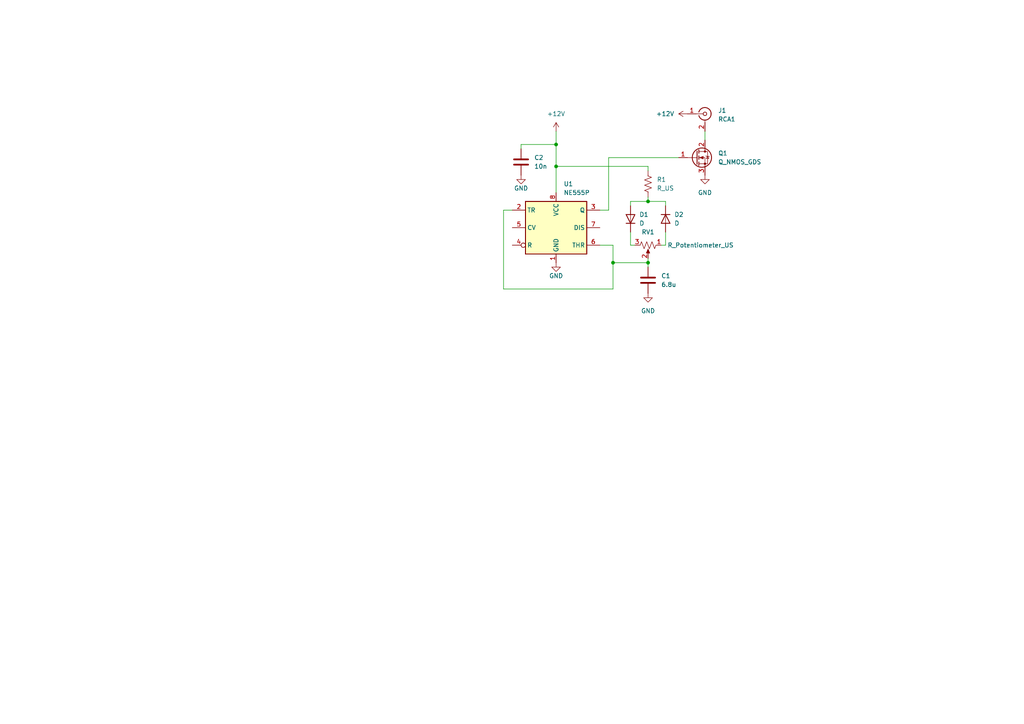
<source format=kicad_sch>
(kicad_sch (version 20230121) (generator eeschema)
  (paper "A4")
  (lib_symbols
    (symbol "Connector:Conn_Coaxial" (pin_names (offset 1.016) hide)
      (property "Reference" "J" (at 0.254 3.048 0))
      (property "Value" "Conn_Coaxial" (at 2.921 0 90))
      (symbol "Conn_Coaxial_0_1"
        (arc (start -1.778 -0.508) (mid 0.2311 -1.8066) (end 1.778 0) (stroke (width 0.254)))
        (polyline (pts (xy -2.54 0) (xy -0.508 0)))
        (polyline (pts (xy 0 -2.54) (xy 0 -1.778)))
        (circle (center 0 0) (radius 0.508) (stroke (width 0.2032)))
        (arc (start 1.778 0) (mid 0.2099 1.8101) (end -1.778 0.508) (stroke (width 0.254)))
      )
      (symbol "Conn_Coaxial_1_1"
        (pin passive line (at -5.08 0 0) (length 2.54) (name "In") (number "1"))
        (pin passive line (at 0 -5.08 90) (length 2.54) (name "Ext") (number "2"))
      )
    )
    (symbol "Device:C" (pin_numbers hide) (pin_names (offset 0.254))
      (property "Reference" "C" (at 0.635 2.54 0))
      (property "Value" "C" (at 0.635 -2.54 0))
      (symbol "C_0_1"
        (polyline (pts (xy -2.032 -0.762) (xy 2.032 -0.762)) (stroke (width 0.508)))
        (polyline (pts (xy -2.032 0.762) (xy 2.032 0.762)) (stroke (width 0.508)))
      )
      (symbol "C_1_1"
        (pin passive line (at 0 3.81 270) (length 2.794) (name "~") (number "1"))
        (pin passive line (at 0 -3.81 90) (length 2.794) (name "~") (number "2"))
      )
    )
    (symbol "Device:D" (pin_numbers hide) (pin_names (offset 1.016) hide)
      (property "Reference" "D" (at 0 2.54 0))
      (property "Value" "D" (at 0 -2.54 0))
      (symbol "D_0_1"
        (polyline (pts (xy -1.27 1.27) (xy -1.27 -1.27)) (stroke (width 0.254)))
        (polyline (pts (xy 1.27 0) (xy -1.27 0)))
        (polyline (pts (xy 1.27 1.27) (xy 1.27 -1.27) (xy -1.27 0) (xy 1.27 1.27)) (stroke (width 0.254)))
      )
      (symbol "D_1_1"
        (pin passive line (at -3.81 0 0) (length 2.54) (name "K") (number "1"))
        (pin passive line (at 3.81 0 180) (length 2.54) (name "A") (number "2"))
      )
    )
    (symbol "Device:Q_NMOS_GDS" (pin_names (offset 0) hide)
      (property "Reference" "Q" (at 5.08 1.27 0))
      (property "Value" "Q_NMOS_GDS" (at 5.08 -1.27 0))
      (symbol "Q_NMOS_GDS_0_1"
        (polyline (pts (xy 0.254 0) (xy -2.54 0)))
        (polyline (pts (xy 0.254 1.905) (xy 0.254 -1.905)) (stroke (width 0.254)))
        (polyline (pts (xy 0.762 -1.27) (xy 0.762 -2.286)) (stroke (width 0.254)))
        (polyline (pts (xy 0.762 0.508) (xy 0.762 -0.508)) (stroke (width 0.254)))
        (polyline (pts (xy 0.762 2.286) (xy 0.762 1.27)) (stroke (width 0.254)))
        (polyline (pts (xy 2.54 2.54) (xy 2.54 1.778)))
        (polyline (pts (xy 2.54 -2.54) (xy 2.54 0) (xy 0.762 0)))
        (polyline (pts (xy 0.762 -1.778) (xy 3.302 -1.778) (xy 3.302 1.778) (xy 0.762 1.778)))
        (polyline (pts (xy 1.016 0) (xy 2.032 0.381) (xy 2.032 -0.381) (xy 1.016 0)) (fill (type outline)))
        (polyline (pts (xy 2.794 0.508) (xy 2.921 0.381) (xy 3.683 0.381) (xy 3.81 0.254)))
        (polyline (pts (xy 3.302 0.381) (xy 2.921 -0.254) (xy 3.683 -0.254) (xy 3.302 0.381)))
        (circle (center 1.651 0) (radius 2.794) (stroke (width 0.254)))
        (circle (center 2.54 -1.778) (radius 0.254) (fill (type outline)))
        (circle (center 2.54 1.778) (radius 0.254) (fill (type outline)))
      )
      (symbol "Q_NMOS_GDS_1_1"
        (pin input line (at -5.08 0 0) (length 2.54) (name "G") (number "1"))
        (pin passive line (at 2.54 5.08 270) (length 2.54) (name "D") (number "2"))
        (pin passive line (at 2.54 -5.08 90) (length 2.54) (name "S") (number "3"))
      )
    )
    (symbol "Device:R_Potentiometer_US" (pin_names (offset 1.016) hide)
      (property "Reference" "RV" (at -4.445 0 90))
      (property "Value" "R_Potentiometer_US" (at -2.54 0 90))
      (symbol "R_Potentiometer_US_0_1"
        (polyline (pts (xy 0 -2.286) (xy 0 -2.54)))
        (polyline (pts (xy 0 2.54) (xy 0 2.286)))
        (polyline (pts (xy 2.54 0) (xy 1.524 0)))
        (polyline (pts (xy 1.143 0) (xy 2.286 0.508) (xy 2.286 -0.508) (xy 1.143 0)) (fill (type outline)))
        (polyline (pts (xy 0 -0.762) (xy 1.016 -1.143) (xy 0 -1.524) (xy -1.016 -1.905) (xy 0 -2.286)))
        (polyline (pts (xy 0 0.762) (xy 1.016 0.381) (xy 0 0) (xy -1.016 -0.381) (xy 0 -0.762)))
        (polyline (pts (xy 0 2.286) (xy 1.016 1.905) (xy 0 1.524) (xy -1.016 1.143) (xy 0 0.762)))
      )
      (symbol "R_Potentiometer_US_1_1"
        (pin passive line (at 0 3.81 270) (length 1.27) (name "1") (number "1"))
        (pin passive line (at 3.81 0 180) (length 1.27) (name "2") (number "2"))
        (pin passive line (at 0 -3.81 90) (length 1.27) (name "3") (number "3"))
      )
    )
    (symbol "Device:R_US" (pin_numbers hide) (pin_names (offset 0))
      (property "Reference" "R" (at 2.54 0 90))
      (property "Value" "R_US" (at -2.54 0 90))
      (symbol "R_US_0_1"
        (polyline (pts (xy 0 -2.286) (xy 0 -2.54)))
        (polyline (pts (xy 0 2.286) (xy 0 2.54)))
        (polyline (pts (xy 0 -0.762) (xy 1.016 -1.143) (xy 0 -1.524) (xy -1.016 -1.905) (xy 0 -2.286)))
        (polyline (pts (xy 0 0.762) (xy 1.016 0.381) (xy 0 0) (xy -1.016 -0.381) (xy 0 -0.762)))
        (polyline (pts (xy 0 2.286) (xy 1.016 1.905) (xy 0 1.524) (xy -1.016 1.143) (xy 0 0.762)))
      )
      (symbol "R_US_1_1"
        (pin passive line (at 0 3.81 270) (length 1.27) (name "~") (number "1"))
        (pin passive line (at 0 -3.81 90) (length 1.27) (name "~") (number "2"))
      )
    )
    (symbol "Timer:NE555P"
      (property "Reference" "U" (at -10.16 8.89 0))
      (property "Value" "NE555P" (at 2.54 8.89 0))
      (symbol "NE555P_0_0"
        (pin power_in line (at 0 -10.16 90) (length 2.54) (name "GND") (number "1"))
        (pin power_in line (at 0 10.16 270) (length 2.54) (name "VCC") (number "8"))
      )
      (symbol "NE555P_0_1"
        (rectangle (start -8.89 -7.62) (end 8.89 7.62) (stroke (width 0.254)) (fill (type background)))
        (rectangle (start -8.89 -7.62) (end 8.89 7.62) (stroke (width 0.254)) (fill (type background)))
      )
      (symbol "NE555P_1_1"
        (pin input line (at -12.7 5.08 0) (length 3.81) (name "TR") (number "2"))
        (pin output line (at 12.7 5.08 180) (length 3.81) (name "Q") (number "3"))
        (pin input inverted (at -12.7 -5.08 0) (length 3.81) (name "R") (number "4"))
        (pin input line (at -12.7 0 0) (length 3.81) (name "CV") (number "5"))
        (pin input line (at 12.7 -5.08 180) (length 3.81) (name "THR") (number "6"))
        (pin input line (at 12.7 0 180) (length 3.81) (name "DIS") (number "7"))
      )
    )
    (symbol "power:+12V" (power) (pin_names (offset 0))
      (property "Value" "+12V" (at 0 3.556 0))
      (symbol "+12V_0_1"
        (polyline (pts (xy -0.762 1.27) (xy 0 2.54)))
        (polyline (pts (xy 0 0) (xy 0 2.54)))
        (polyline (pts (xy 0 2.54) (xy 0.762 1.27)))
      )
      (symbol "+12V_1_1"
        (pin power_in line (at 0 0 90) (length 0) hide (name "+12V") (number "1"))
      )
    )
    (symbol "power:GND" (power) (pin_names (offset 0))
      (property "Value" "GND" (at 0 -3.81 0))
      (symbol "GND_0_1"
        (polyline (pts (xy 0 0) (xy 0 -1.27) (xy 1.27 -1.27) (xy 0 -2.54) (xy -1.27 -1.27) (xy 0 -1.27)))
      )
      (symbol "GND_1_1"
        (pin power_in line (at 0 0 270) (length 0) hide (name "GND") (number "1"))
      )
    )
  )
  (junction (at 177.8 76.2))
  (junction (at 161.29 41.91))
  (junction (at 187.96 58.42))
  (junction (at 161.29 48.26))
  (junction (at 187.96 76.2))
  (wire (pts (xy 161.29 48.26) (xy 161.29 55.88)))
  (wire (pts (xy 193.04 71.12) (xy 193.04 67.31)))
  (wire (pts (xy 187.96 48.26) (xy 161.29 48.26)))
  (wire (pts (xy 151.13 43.18) (xy 151.13 41.91)))
  (wire (pts (xy 182.88 58.42) (xy 187.96 58.42)))
  (wire (pts (xy 187.96 76.2) (xy 187.96 74.93)))
  (wire (pts (xy 182.88 59.69) (xy 182.88 58.42)))
  (wire (pts (xy 193.04 59.69) (xy 193.04 58.42)))
  (wire (pts (xy 182.88 71.12) (xy 182.88 67.31)))
  (wire (pts (xy 176.53 45.72) (xy 176.53 60.96)))
  (wire (pts (xy 173.99 71.12) (xy 177.8 71.12)))
  (wire (pts (xy 161.29 38.1) (xy 161.29 41.91)))
  (wire (pts (xy 148.59 60.96) (xy 146.05 60.96)))
  (wire (pts (xy 146.05 83.82) (xy 177.8 83.82)))
  (wire (pts (xy 151.13 41.91) (xy 161.29 41.91)))
  (wire (pts (xy 187.96 58.42) (xy 193.04 58.42)))
  (wire (pts (xy 177.8 71.12) (xy 177.8 76.2)))
  (wire (pts (xy 187.96 49.53) (xy 187.96 48.26)))
  (wire (pts (xy 177.8 83.82) (xy 177.8 76.2)))
  (wire (pts (xy 161.29 41.91) (xy 161.29 48.26)))
  (wire (pts (xy 204.47 38.1) (xy 204.47 40.64)))
  (wire (pts (xy 187.96 77.47) (xy 187.96 76.2)))
  (wire (pts (xy 177.8 76.2) (xy 187.96 76.2)))
  (wire (pts (xy 187.96 57.15) (xy 187.96 58.42)))
  (wire (pts (xy 196.85 45.72) (xy 176.53 45.72)))
  (wire (pts (xy 176.53 60.96) (xy 173.99 60.96)))
  (wire (pts (xy 191.77 71.12) (xy 193.04 71.12)))
  (wire (pts (xy 184.15 71.12) (xy 182.88 71.12)))
  (wire (pts (xy 146.05 60.96) (xy 146.05 83.82)))
  (symbol (lib_id "Device:D") (at 193.04 63.5 270) (unit 1)
    (property "Reference" "D2" (at 195.58 62.23 90) (effects (justify left)))
    (property "Value" "D" (at 195.58 64.77 90) (effects (justify left)))
    (property "Footprint" "Diode_THT:D_DO-41_SOD81_P10.16mm_Horizontal" (effects hide))
    (property "Sim.Device" "D" (effects hide))
    (property "Sim.Pins" "1=K 2=A" (effects hide))
  )
  (symbol (lib_id "power:GND") (at 187.96 85.09 0) (unit 1)
    (property "Reference" "#PWR03" (effects hide))
    (property "Value" "GND" (at 187.96 90.17 0))
  )
  (symbol (lib_id "Device:C") (at 151.13 46.99 0) (unit 1)
    (property "Reference" "C2" (at 154.94 45.72 0) (effects (justify left)))
    (property "Value" "10n" (at 154.94 48.26 0) (effects (justify left)))
    (property "Footprint" "Capacitor_THT:C_Disc_D3.4mm_W2.1mm_P2.50mm" (effects hide))
  )
  (symbol (lib_id "power:+12V") (at 161.29 38.1 0) (unit 1)
    (property "Reference" "#PWR01" (effects hide))
    (property "Value" "+12V" (at 161.29 33.02 0))
  )
  (symbol (lib_id "Device:C") (at 187.96 81.28 0) (unit 1)
    (property "Reference" "C1" (at 191.77 80.01 0) (effects (justify left)))
    (property "Value" "6.8u" (at 191.77 82.55 0) (effects (justify left)))
    (property "Footprint" "Capacitor_THT:C_Disc_D4.3mm_W1.9mm_P5.00mm" (effects hide))
  )
  (symbol (lib_id "power:+12V") (at 199.39 33.02 90) (unit 1)
    (property "Reference" "#PWR06" (effects hide))
    (property "Value" "+12V" (at 195.58 33.02 90) (effects (justify left)))
  )
  (symbol (lib_id "Device:R_US") (at 187.96 53.34 0) (unit 1)
    (property "Reference" "R1" (at 190.5 52.07 0) (effects (justify left)))
    (property "Value" "R_US" (at 190.5 54.61 0) (effects (justify left)))
    (property "Footprint" "Resistor_THT:R_Axial_DIN0207_L6.3mm_D2.5mm_P7.62mm_Horizontal" (effects hide))
  )
  (symbol (lib_id "Connector:Conn_Coaxial") (at 204.47 33.02 0) (unit 1)
    (property "Reference" "J1" (at 208.28 32.0432 0) (effects (justify left)))
    (property "Value" "RCA1" (at 208.28 34.5832 0) (effects (justify left)))
    (property "Datasheet" " ~" (effects hide))
  )
  (symbol (lib_id "power:GND") (at 151.13 50.8 0) (unit 1)
    (property "Reference" "#PWR04" (effects hide))
    (property "Value" "GND" (at 151.13 54.61 0))
  )
  (symbol (lib_id "Device:R_Potentiometer_US") (at 187.96 71.12 270) (unit 1)
    (property "Reference" "RV1" (at 187.96 67.31 90))
    (property "Value" "R_Potentiometer_US" (at 203.2 71.12 90))
  )
  (symbol (lib_id "Timer:NE555P") (at 161.29 66.04 0) (unit 1)
    (property "Reference" "U1" (at 163.4841 53.34 0) (effects (justify left)))
    (property "Value" "NE555P" (at 163.4841 55.88 0) (effects (justify left)))
    (property "Footprint" "Package_DIP:DIP-8_W7.62mm" (effects hide))
    (property "Datasheet" "http://www.ti.com/lit/ds/symlink/ne555.pdf" (effects hide))
  )
  (symbol (lib_id "power:GND") (at 161.29 76.2 0) (unit 1)
    (property "Reference" "#PWR02" (effects hide))
    (property "Value" "GND" (at 161.29 80.01 0))
  )
  (symbol (lib_id "Device:Q_NMOS_GDS") (at 201.93 45.72 0) (unit 1)
    (property "Reference" "Q1" (at 208.28 44.45 0) (effects (justify left)))
    (property "Value" "Q_NMOS_GDS" (at 208.28 46.99 0) (effects (justify left)))
  )
  (symbol (lib_id "Device:D") (at 182.88 63.5 90) (unit 1)
    (property "Reference" "D1" (at 185.42 62.23 90) (effects (justify right)))
    (property "Value" "D" (at 185.42 64.77 90) (effects (justify right)))
    (property "Footprint" "Diode_THT:D_DO-41_SOD81_P10.16mm_Horizontal" (effects hide))
    (property "Sim.Device" "D" (effects hide))
    (property "Sim.Pins" "1=K 2=A" (effects hide))
  )
  (symbol (lib_id "power:GND") (at 204.47 50.8 0) (unit 1)
    (property "Reference" "#PWR05" (effects hide))
    (property "Value" "GND" (at 204.47 55.88 0))
  )
)
</source>
